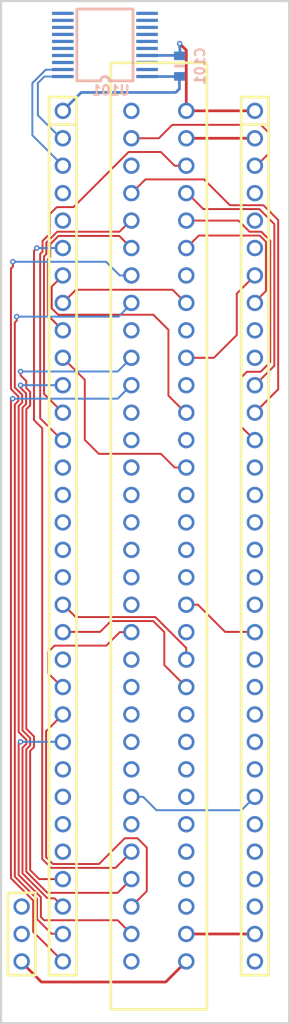
<source format=kicad_pcb>
(kicad_pcb (version 20171130) (host pcbnew 5.0.2-bee76a0~70~ubuntu18.04.1)

  (general
    (thickness 1.6)
    (drawings 4)
    (tracks 245)
    (zones 0)
    (modules 4)
    (nets 76)
  )

  (page A4)
  (title_block
    (title "Sega Genesis UMDv2 Adapter")
    (date 2019-03-23)
    (rev 0.1)
    (company "db Electronics")
    (comment 1 "Licensed Under CERN OHL v.1.2")
    (comment 2 https://github.com/db-electronics/UMDv2-kicad)
  )

  (layers
    (0 F.Cu signal)
    (31 B.Cu signal)
    (32 B.Adhes user)
    (33 F.Adhes user)
    (34 B.Paste user)
    (35 F.Paste user)
    (36 B.SilkS user)
    (37 F.SilkS user hide)
    (38 B.Mask user)
    (39 F.Mask user)
    (40 Dwgs.User user)
    (41 Cmts.User user)
    (42 Eco1.User user)
    (43 Eco2.User user)
    (44 Edge.Cuts user)
    (45 Margin user)
    (46 B.CrtYd user)
    (47 F.CrtYd user)
    (48 B.Fab user)
    (49 F.Fab user)
  )

  (setup
    (last_trace_width 0.1778)
    (trace_clearance 0.1778)
    (zone_clearance 0.508)
    (zone_45_only no)
    (trace_min 0.1778)
    (segment_width 0.2)
    (edge_width 0.2)
    (via_size 0.508)
    (via_drill 0.254)
    (via_min_size 0.508)
    (via_min_drill 0.254)
    (uvia_size 0.3)
    (uvia_drill 0.1)
    (uvias_allowed no)
    (uvia_min_size 0.2)
    (uvia_min_drill 0.1)
    (pcb_text_width 0.3)
    (pcb_text_size 1.5 1.5)
    (mod_edge_width 0.15)
    (mod_text_size 1 1)
    (mod_text_width 0.15)
    (pad_size 1.524 1.524)
    (pad_drill 0.762)
    (pad_to_mask_clearance 0.051)
    (solder_mask_min_width 0.25)
    (aux_axis_origin 0 0)
    (visible_elements FFFFFF7F)
    (pcbplotparams
      (layerselection 0x010fc_ffffffff)
      (usegerberextensions false)
      (usegerberattributes false)
      (usegerberadvancedattributes false)
      (creategerberjobfile false)
      (excludeedgelayer true)
      (linewidth 0.100000)
      (plotframeref false)
      (viasonmask false)
      (mode 1)
      (useauxorigin false)
      (hpglpennumber 1)
      (hpglpenspeed 20)
      (hpglpendiameter 15.000000)
      (psnegative false)
      (psa4output false)
      (plotreference true)
      (plotvalue true)
      (plotinvisibletext false)
      (padsonsilk false)
      (subtractmaskfromsilk false)
      (outputformat 1)
      (mirror false)
      (drillshape 1)
      (scaleselection 1)
      (outputdirectory ""))
  )

  (net 0 "")
  (net 1 +3V3)
  (net 2 GND)
  (net 3 /SDA)
  (net 4 /SCL)
  (net 5 "Net-(CON101-Pad4)")
  (net 6 "Net-(CON101-Pad5)")
  (net 7 /~LWR~)
  (net 8 /A15)
  (net 9 /A13)
  (net 10 /A18)
  (net 11 /A16)
  (net 12 /~WR~)
  (net 13 /A10)
  (net 14 /A8)
  (net 15 /D0)
  (net 16 /D14)
  (net 17 /D2)
  (net 18 /D12)
  (net 19 /D10)
  (net 20 /D8)
  (net 21 /D6)
  (net 22 /D4)
  (net 23 /A5)
  (net 24 /A3)
  (net 25 /A1)
  (net 26 /A22)
  (net 27 /A20)
  (net 28 /A19)
  (net 29 /A23)
  (net 30 +5V)
  (net 31 /A21)
  (net 32 /A0)
  (net 33 /A2)
  (net 34 /A4)
  (net 35 /~CE~)
  (net 36 "Net-(CON101-Pad40)")
  (net 37 /A6)
  (net 38 /~CART~)
  (net 39 /~VRES~)
  (net 40 /D5)
  (net 41 /D7)
  (net 42 /D9)
  (net 43 /D11)
  (net 44 /D3)
  (net 45 /D13)
  (net 46 /D15)
  (net 47 /D1)
  (net 48 /A7)
  (net 49 /A9)
  (net 50 /A11)
  (net 51 /~RD~)
  (net 52 /A17)
  (net 53 /A12)
  (net 54 /A14)
  (net 55 /~TIME~)
  (net 56 "Net-(CON101-Pad60)")
  (net 57 "Net-(CON101-Pad61)")
  (net 58 /~MRES~)
  (net 59 "Net-(CON102-PadB21)")
  (net 60 /~DTACK~)
  (net 61 "Net-(CON102-PadB19)")
  (net 62 "Net-(CON102-PadB15)")
  (net 63 "Net-(CON102-PadB14)")
  (net 64 "Net-(CON102-PadB13)")
  (net 65 "Net-(CON102-PadB12)")
  (net 66 "Net-(U101-Pad7)")
  (net 67 "Net-(U101-Pad10)")
  (net 68 "Net-(U101-Pad11)")
  (net 69 /~ASEL~)
  (net 70 /~AS~)
  (net 71 "Net-(CON102-PadB3)")
  (net 72 "Net-(CON102-PadB1)")
  (net 73 "Net-(CON101-Pad66)")
  (net 74 "Net-(CON101-Pad65)")
  (net 75 /~M3~)

  (net_class Default "This is the default net class."
    (clearance 0.1778)
    (trace_width 0.1778)
    (via_dia 0.508)
    (via_drill 0.254)
    (uvia_dia 0.3)
    (uvia_drill 0.1)
    (add_net /A0)
    (add_net /A1)
    (add_net /A10)
    (add_net /A11)
    (add_net /A12)
    (add_net /A13)
    (add_net /A14)
    (add_net /A15)
    (add_net /A16)
    (add_net /A17)
    (add_net /A18)
    (add_net /A19)
    (add_net /A2)
    (add_net /A20)
    (add_net /A21)
    (add_net /A22)
    (add_net /A23)
    (add_net /A3)
    (add_net /A4)
    (add_net /A5)
    (add_net /A6)
    (add_net /A7)
    (add_net /A8)
    (add_net /A9)
    (add_net /D0)
    (add_net /D1)
    (add_net /D10)
    (add_net /D11)
    (add_net /D12)
    (add_net /D13)
    (add_net /D14)
    (add_net /D15)
    (add_net /D2)
    (add_net /D3)
    (add_net /D4)
    (add_net /D5)
    (add_net /D6)
    (add_net /D7)
    (add_net /D8)
    (add_net /D9)
    (add_net /SCL)
    (add_net /SDA)
    (add_net /~ASEL~)
    (add_net /~AS~)
    (add_net /~CART~)
    (add_net /~CE~)
    (add_net /~DTACK~)
    (add_net /~LWR~)
    (add_net /~M3~)
    (add_net /~MRES~)
    (add_net /~RD~)
    (add_net /~TIME~)
    (add_net /~VRES~)
    (add_net /~WR~)
    (add_net "Net-(CON101-Pad4)")
    (add_net "Net-(CON101-Pad40)")
    (add_net "Net-(CON101-Pad5)")
    (add_net "Net-(CON101-Pad60)")
    (add_net "Net-(CON101-Pad61)")
    (add_net "Net-(CON101-Pad65)")
    (add_net "Net-(CON101-Pad66)")
    (add_net "Net-(CON102-PadB1)")
    (add_net "Net-(CON102-PadB12)")
    (add_net "Net-(CON102-PadB13)")
    (add_net "Net-(CON102-PadB14)")
    (add_net "Net-(CON102-PadB15)")
    (add_net "Net-(CON102-PadB19)")
    (add_net "Net-(CON102-PadB21)")
    (add_net "Net-(CON102-PadB3)")
    (add_net "Net-(U101-Pad10)")
    (add_net "Net-(U101-Pad11)")
    (add_net "Net-(U101-Pad7)")
  )

  (net_class Power ""
    (clearance 0.1778)
    (trace_width 0.254)
    (via_dia 0.508)
    (via_drill 0.254)
    (uvia_dia 0.3)
    (uvia_drill 0.1)
    (add_net +3V3)
    (add_net +5V)
    (add_net GND)
  )

  (module db-thparts:UMD-CONN-DIP64 (layer F.Cu) (tedit 5CA41C7A) (tstamp 5C96DCC6)
    (at 135.89 66.04)
    (path /5C89A17D)
    (solder_mask_margin 0.1016)
    (fp_text reference CON101 (at -2.54 1.27 90) (layer F.SilkS) hide
      (effects (font (size 0.889 0.889) (thickness 0.2032)))
    )
    (fp_text value UMDv2-CONN (at 7.62 -5) (layer F.Fab) hide
      (effects (font (size 1 1) (thickness 0.15)))
    )
    (fp_line (start -2.54 80.01) (end -2.54 72.39) (layer F.SilkS) (width 0.254))
    (fp_line (start -5.08 80.01) (end -2.54 80.01) (layer F.SilkS) (width 0.254))
    (fp_line (start -5.08 72.39) (end -5.08 80.01) (layer F.SilkS) (width 0.254))
    (fp_line (start -2.54 72.39) (end -5.08 72.39) (layer F.SilkS) (width 0.254))
    (fp_line (start 1.27 -1.27) (end -1.27 -1.27) (layer F.SilkS) (width 0.254))
    (fp_line (start -1.27 -1.27) (end -1.27 80.01) (layer F.SilkS) (width 0.254))
    (fp_line (start -1.27 80.01) (end 1.27 80.01) (layer F.SilkS) (width 0.254))
    (fp_line (start 1.27 80.01) (end 1.27 -1.27) (layer F.SilkS) (width 0.254))
    (fp_line (start -1.27 1.27) (end 1.27 1.27) (layer F.SilkS) (width 0.254))
    (fp_line (start 16.51 -1.27) (end 16.51 80.01) (layer F.SilkS) (width 0.254))
    (fp_line (start 16.51 80.01) (end 19.05 80.01) (layer F.SilkS) (width 0.254))
    (fp_line (start 19.05 80.01) (end 19.05 -1.27) (layer F.SilkS) (width 0.254))
    (fp_line (start 19.05 -1.27) (end 16.51 -1.27) (layer F.SilkS) (width 0.254))
    (fp_line (start 16.51 1.27) (end 19.05 1.27) (layer F.SilkS) (width 0.254))
    (pad 67 thru_hole circle (at -3.81 78.74 270) (size 1.524 1.524) (drill 1.016) (layers *.Cu *.Mask)
      (net 2 GND))
    (pad 66 thru_hole circle (at -3.81 76.2 270) (size 1.524 1.524) (drill 1.016) (layers *.Cu *.Mask)
      (net 73 "Net-(CON101-Pad66)"))
    (pad 65 thru_hole circle (at -3.81 73.66 270) (size 1.524 1.524) (drill 1.016) (layers *.Cu *.Mask)
      (net 74 "Net-(CON101-Pad65)"))
    (pad 64 thru_hole circle (at 17.78 0) (size 1.524 1.524) (drill 1.016) (layers *.Cu *.Mask)
      (net 2 GND))
    (pad 63 thru_hole circle (at 17.78 2.54) (size 1.524 1.524) (drill 1.016) (layers *.Cu *.Mask)
      (net 30 +5V))
    (pad 62 thru_hole circle (at 17.78 5.08) (size 1.524 1.524) (drill 1.016) (layers *.Cu *.Mask)
      (net 58 /~MRES~))
    (pad 61 thru_hole circle (at 17.78 7.62) (size 1.524 1.524) (drill 1.016) (layers *.Cu *.Mask)
      (net 57 "Net-(CON101-Pad61)"))
    (pad 60 thru_hole circle (at 17.78 10.16) (size 1.524 1.524) (drill 1.016) (layers *.Cu *.Mask)
      (net 56 "Net-(CON101-Pad60)"))
    (pad 59 thru_hole circle (at 17.78 12.7) (size 1.524 1.524) (drill 1.016) (layers *.Cu *.Mask)
      (net 70 /~AS~))
    (pad 58 thru_hole circle (at 17.78 15.24) (size 1.524 1.524) (drill 1.016) (layers *.Cu *.Mask)
      (net 54 /A14))
    (pad 57 thru_hole circle (at 17.78 17.78) (size 1.524 1.524) (drill 1.016) (layers *.Cu *.Mask)
      (net 53 /A12))
    (pad 56 thru_hole circle (at 17.78 20.32) (size 1.524 1.524) (drill 1.016) (layers *.Cu *.Mask)
      (net 52 /A17))
    (pad 55 thru_hole circle (at 17.78 22.86) (size 1.524 1.524) (drill 1.016) (layers *.Cu *.Mask)
      (net 51 /~RD~))
    (pad 54 thru_hole circle (at 17.78 25.4) (size 1.524 1.524) (drill 1.016) (layers *.Cu *.Mask)
      (net 50 /A11))
    (pad 53 thru_hole circle (at 17.78 27.94) (size 1.524 1.524) (drill 1.016) (layers *.Cu *.Mask)
      (net 49 /A9))
    (pad 52 thru_hole circle (at 17.78 30.48) (size 1.524 1.524) (drill 1.016) (layers *.Cu *.Mask)
      (net 48 /A7))
    (pad 51 thru_hole circle (at 17.78 33.02) (size 1.524 1.524) (drill 1.016) (layers *.Cu *.Mask)
      (net 47 /D1))
    (pad 50 thru_hole circle (at 17.78 35.56) (size 1.524 1.524) (drill 1.016) (layers *.Cu *.Mask)
      (net 46 /D15))
    (pad 49 thru_hole circle (at 17.78 38.1) (size 1.524 1.524) (drill 1.016) (layers *.Cu *.Mask)
      (net 45 /D13))
    (pad 48 thru_hole circle (at 17.78 40.64) (size 1.524 1.524) (drill 1.016) (layers *.Cu *.Mask)
      (net 44 /D3))
    (pad 47 thru_hole circle (at 17.78 43.18) (size 1.524 1.524) (drill 1.016) (layers *.Cu *.Mask)
      (net 43 /D11))
    (pad 46 thru_hole circle (at 17.78 45.72) (size 1.524 1.524) (drill 1.016) (layers *.Cu *.Mask)
      (net 42 /D9))
    (pad 45 thru_hole circle (at 17.78 48.26) (size 1.524 1.524) (drill 1.016) (layers *.Cu *.Mask)
      (net 41 /D7))
    (pad 44 thru_hole circle (at 17.78 50.8) (size 1.524 1.524) (drill 1.016) (layers *.Cu *.Mask)
      (net 40 /D5))
    (pad 43 thru_hole circle (at 17.78 53.34) (size 1.524 1.524) (drill 1.016) (layers *.Cu *.Mask)
      (net 39 /~VRES~))
    (pad 42 thru_hole circle (at 17.78 55.88) (size 1.524 1.524) (drill 1.016) (layers *.Cu *.Mask)
      (net 38 /~CART~))
    (pad 41 thru_hole circle (at 17.78 58.42) (size 1.524 1.524) (drill 1.016) (layers *.Cu *.Mask)
      (net 37 /A6))
    (pad 40 thru_hole circle (at 17.78 60.96) (size 1.524 1.524) (drill 1.016) (layers *.Cu *.Mask)
      (net 36 "Net-(CON101-Pad40)"))
    (pad 39 thru_hole circle (at 17.78 63.5) (size 1.524 1.524) (drill 1.016) (layers *.Cu *.Mask)
      (net 69 /~ASEL~))
    (pad 38 thru_hole circle (at 17.78 66.04) (size 1.524 1.524) (drill 1.016) (layers *.Cu *.Mask)
      (net 34 /A4))
    (pad 37 thru_hole circle (at 17.78 68.58) (size 1.524 1.524) (drill 1.016) (layers *.Cu *.Mask)
      (net 33 /A2))
    (pad 36 thru_hole circle (at 17.78 71.12) (size 1.524 1.524) (drill 1.016) (layers *.Cu *.Mask)
      (net 32 /A0))
    (pad 35 thru_hole circle (at 17.78 73.66) (size 1.524 1.524) (drill 1.016) (layers *.Cu *.Mask)
      (net 31 /A21))
    (pad 34 thru_hole circle (at 17.78 76.2) (size 1.524 1.524) (drill 1.016) (layers *.Cu *.Mask)
      (net 30 +5V))
    (pad 33 thru_hole circle (at 17.78 78.74) (size 1.524 1.524) (drill 1.016) (layers *.Cu *.Mask)
      (net 2 GND))
    (pad 32 thru_hole circle (at 0 78.74) (size 1.524 1.524) (drill 1.016) (layers *.Cu *.Mask)
      (net 29 /A23))
    (pad 31 thru_hole circle (at 0 76.2) (size 1.524 1.524) (drill 1.016) (layers *.Cu *.Mask)
      (net 28 /A19))
    (pad 30 thru_hole circle (at 0 73.66) (size 1.524 1.524) (drill 1.016) (layers *.Cu *.Mask)
      (net 27 /A20))
    (pad 29 thru_hole circle (at 0 71.12) (size 1.524 1.524) (drill 1.016) (layers *.Cu *.Mask)
      (net 26 /A22))
    (pad 28 thru_hole circle (at 0 68.58) (size 1.524 1.524) (drill 1.016) (layers *.Cu *.Mask)
      (net 25 /A1))
    (pad 27 thru_hole circle (at 0 66.04) (size 1.524 1.524) (drill 1.016) (layers *.Cu *.Mask)
      (net 24 /A3))
    (pad 26 thru_hole circle (at 0 63.5) (size 1.524 1.524) (drill 1.016) (layers *.Cu *.Mask)
      (net 23 /A5))
    (pad 25 thru_hole circle (at 0 60.96) (size 1.524 1.524) (drill 1.016) (layers *.Cu *.Mask)
      (net 35 /~CE~))
    (pad 24 thru_hole circle (at 0 58.42) (size 1.524 1.524) (drill 1.016) (layers *.Cu *.Mask)
      (net 55 /~TIME~))
    (pad 23 thru_hole circle (at 0 55.88) (size 1.524 1.524) (drill 1.016) (layers *.Cu *.Mask)
      (net 75 /~M3~))
    (pad 22 thru_hole circle (at 0 53.34) (size 1.524 1.524) (drill 1.016) (layers *.Cu *.Mask)
      (net 60 /~DTACK~))
    (pad 21 thru_hole circle (at 0 50.8) (size 1.524 1.524) (drill 1.016) (layers *.Cu *.Mask)
      (net 22 /D4))
    (pad 20 thru_hole circle (at 0 48.26) (size 1.524 1.524) (drill 1.016) (layers *.Cu *.Mask)
      (net 21 /D6))
    (pad 19 thru_hole circle (at 0 45.72) (size 1.524 1.524) (drill 1.016) (layers *.Cu *.Mask)
      (net 20 /D8))
    (pad 18 thru_hole circle (at 0 43.18) (size 1.524 1.524) (drill 1.016) (layers *.Cu *.Mask)
      (net 19 /D10))
    (pad 17 thru_hole circle (at 0 40.64) (size 1.524 1.524) (drill 1.016) (layers *.Cu *.Mask)
      (net 18 /D12))
    (pad 16 thru_hole circle (at 0 38.1) (size 1.524 1.524) (drill 1.016) (layers *.Cu *.Mask)
      (net 17 /D2))
    (pad 15 thru_hole circle (at 0 35.56) (size 1.524 1.524) (drill 1.016) (layers *.Cu *.Mask)
      (net 16 /D14))
    (pad 14 thru_hole circle (at 0 33.02) (size 1.524 1.524) (drill 1.016) (layers *.Cu *.Mask)
      (net 15 /D0))
    (pad 13 thru_hole circle (at 0 30.48) (size 1.524 1.524) (drill 1.016) (layers *.Cu *.Mask)
      (net 14 /A8))
    (pad 12 thru_hole circle (at 0 27.94) (size 1.524 1.524) (drill 1.016) (layers *.Cu *.Mask)
      (net 13 /A10))
    (pad 11 thru_hole circle (at 0 25.4) (size 1.524 1.524) (drill 1.016) (layers *.Cu *.Mask)
      (net 12 /~WR~))
    (pad 10 thru_hole circle (at 0 22.86) (size 1.524 1.524) (drill 1.016) (layers *.Cu *.Mask)
      (net 11 /A16))
    (pad 9 thru_hole circle (at 0 20.32) (size 1.524 1.524) (drill 1.016) (layers *.Cu *.Mask)
      (net 10 /A18))
    (pad 8 thru_hole circle (at 0 17.78) (size 1.524 1.524) (drill 1.016) (layers *.Cu *.Mask)
      (net 9 /A13))
    (pad 7 thru_hole circle (at 0 15.24) (size 1.524 1.524) (drill 1.016) (layers *.Cu *.Mask)
      (net 8 /A15))
    (pad 6 thru_hole circle (at 0 12.7) (size 1.524 1.524) (drill 1.016) (layers *.Cu *.Mask)
      (net 7 /~LWR~))
    (pad 5 thru_hole circle (at 0 10.16) (size 1.524 1.524) (drill 1.016) (layers *.Cu *.Mask)
      (net 6 "Net-(CON101-Pad5)"))
    (pad 4 thru_hole circle (at 0 7.62) (size 1.524 1.524) (drill 1.016) (layers *.Cu *.Mask)
      (net 5 "Net-(CON101-Pad4)"))
    (pad 3 thru_hole circle (at 0 5.08) (size 1.524 1.524) (drill 1.016) (layers *.Cu *.Mask)
      (net 3 /SDA))
    (pad 2 thru_hole circle (at 0 2.54) (size 1.524 1.524) (drill 1.016) (layers *.Cu *.Mask)
      (net 4 /SCL))
    (pad 1 thru_hole circle (at 0 0) (size 1.524 1.524) (drill 1.016) (layers *.Cu *.Mask)
      (net 1 +3V3))
  )

  (module db-thparts:GENESIS-CONN (layer F.Cu) (tedit 5CA22C4C) (tstamp 5CA2457E)
    (at 142.24 66.04)
    (path /5C89A2AC)
    (solder_mask_margin 0.1016)
    (fp_text reference CON102 (at -2.54 -5.334) (layer F.SilkS) hide
      (effects (font (size 0.889 0.889) (thickness 0.2032)))
    )
    (fp_text value GENESIS-CONN (at 3.125 -6.604) (layer F.Fab) hide
      (effects (font (size 0.889 0.889) (thickness 0.2032)))
    )
    (fp_line (start -1.905 -4.445) (end 6.985 -4.445) (layer F.SilkS) (width 0.254))
    (fp_line (start -1.905 -4.445) (end -1.905 83.185) (layer F.SilkS) (width 0.254))
    (fp_line (start -1.905 83.185) (end 6.985 83.185) (layer F.SilkS) (width 0.254))
    (fp_line (start 6.985 83.185) (end 6.985 -4.445) (layer F.SilkS) (width 0.254))
    (pad A26 thru_hole circle (at 5.08 63.5 180) (size 1.524 1.524) (drill 1.016) (layers *.Cu *.Mask)
      (net 17 /D2))
    (pad A25 thru_hole circle (at 5.08 60.96 180) (size 1.524 1.524) (drill 1.016) (layers *.Cu *.Mask)
      (net 40 /D5))
    (pad A24 thru_hole circle (at 5.08 58.42 180) (size 1.524 1.524) (drill 1.016) (layers *.Cu *.Mask)
      (net 42 /D9))
    (pad A23 thru_hole circle (at 5.08 55.88 180) (size 1.524 1.524) (drill 1.016) (layers *.Cu *.Mask)
      (net 47 /D1))
    (pad A32 thru_hole circle (at 5.08 78.74 180) (size 1.524 1.524) (drill 1.016) (layers *.Cu *.Mask)
      (net 2 GND))
    (pad A31 thru_hole circle (at 5.08 76.2 180) (size 1.524 1.524) (drill 1.016) (layers *.Cu *.Mask)
      (net 30 +5V))
    (pad A30 thru_hole circle (at 5.08 73.66 180) (size 1.524 1.524) (drill 1.016) (layers *.Cu *.Mask)
      (net 43 /D11))
    (pad A29 thru_hole circle (at 5.08 71.12 180) (size 1.524 1.524) (drill 1.016) (layers *.Cu *.Mask)
      (net 44 /D3))
    (pad A28 thru_hole circle (at 5.08 68.58 180) (size 1.524 1.524) (drill 1.016) (layers *.Cu *.Mask)
      (net 22 /D4))
    (pad A27 thru_hole circle (at 5.08 66.04 180) (size 1.524 1.524) (drill 1.016) (layers *.Cu *.Mask)
      (net 19 /D10))
    (pad B32 thru_hole circle (at 0 78.74 180) (size 1.524 1.524) (drill 1.016) (layers *.Cu *.Mask)
      (net 38 /~CART~))
    (pad B31 thru_hole circle (at 0 76.2 180) (size 1.524 1.524) (drill 1.016) (layers *.Cu *.Mask)
      (net 55 /~TIME~))
    (pad B30 thru_hole circle (at 0 73.66 180) (size 1.524 1.524) (drill 1.016) (layers *.Cu *.Mask)
      (net 75 /~M3~))
    (pad B29 thru_hole circle (at 0 71.12 180) (size 1.524 1.524) (drill 1.016) (layers *.Cu *.Mask)
      (net 12 /~WR~))
    (pad B28 thru_hole circle (at 0 68.58 180) (size 1.524 1.524) (drill 1.016) (layers *.Cu *.Mask)
      (net 7 /~LWR~))
    (pad B27 thru_hole circle (at 0 66.04 180) (size 1.524 1.524) (drill 1.016) (layers *.Cu *.Mask)
      (net 39 /~VRES~))
    (pad B26 thru_hole circle (at 0 63.5 180) (size 1.524 1.524) (drill 1.016) (layers *.Cu *.Mask)
      (net 69 /~ASEL~))
    (pad B25 thru_hole circle (at 0 60.96 180) (size 1.524 1.524) (drill 1.016) (layers *.Cu *.Mask)
      (net 18 /D12))
    (pad B24 thru_hole circle (at 0 58.42 180) (size 1.524 1.524) (drill 1.016) (layers *.Cu *.Mask)
      (net 45 /D13))
    (pad B23 thru_hole circle (at 0 55.88 180) (size 1.524 1.524) (drill 1.016) (layers *.Cu *.Mask)
      (net 16 /D14))
    (pad B1 thru_hole circle (at 0 0 180) (size 1.524 1.524) (drill 1.016) (layers *.Cu *.Mask)
      (net 72 "Net-(CON102-PadB1)"))
    (pad B2 thru_hole circle (at 0 2.54 180) (size 1.524 1.524) (drill 1.016) (layers *.Cu *.Mask)
      (net 58 /~MRES~))
    (pad B3 thru_hole circle (at 0 5.08 180) (size 1.524 1.524) (drill 1.016) (layers *.Cu *.Mask)
      (net 71 "Net-(CON102-PadB3)"))
    (pad B4 thru_hole circle (at 0 7.62 180) (size 1.524 1.524) (drill 1.016) (layers *.Cu *.Mask)
      (net 49 /A9))
    (pad B5 thru_hole circle (at 0 10.16 180) (size 1.524 1.524) (drill 1.016) (layers *.Cu *.Mask)
      (net 13 /A10))
    (pad B6 thru_hole circle (at 0 12.7 180) (size 1.524 1.524) (drill 1.016) (layers *.Cu *.Mask)
      (net 10 /A18))
    (pad B7 thru_hole circle (at 0 15.24 180) (size 1.524 1.524) (drill 1.016) (layers *.Cu *.Mask)
      (net 28 /A19))
    (pad B8 thru_hole circle (at 0 17.78 180) (size 1.524 1.524) (drill 1.016) (layers *.Cu *.Mask)
      (net 27 /A20))
    (pad B9 thru_hole circle (at 0 20.32 180) (size 1.524 1.524) (drill 1.016) (layers *.Cu *.Mask)
      (net 31 /A21))
    (pad B10 thru_hole circle (at 0 22.86 180) (size 1.524 1.524) (drill 1.016) (layers *.Cu *.Mask)
      (net 26 /A22))
    (pad B11 thru_hole circle (at 0 25.4 180) (size 1.524 1.524) (drill 1.016) (layers *.Cu *.Mask)
      (net 29 /A23))
    (pad B12 thru_hole circle (at 0 27.94 180) (size 1.524 1.524) (drill 1.016) (layers *.Cu *.Mask)
      (net 65 "Net-(CON102-PadB12)"))
    (pad B13 thru_hole circle (at 0 30.48 180) (size 1.524 1.524) (drill 1.016) (layers *.Cu *.Mask)
      (net 64 "Net-(CON102-PadB13)"))
    (pad B14 thru_hole circle (at 0 33.02 180) (size 1.524 1.524) (drill 1.016) (layers *.Cu *.Mask)
      (net 63 "Net-(CON102-PadB14)"))
    (pad B15 thru_hole circle (at 0 35.56 180) (size 1.524 1.524) (drill 1.016) (layers *.Cu *.Mask)
      (net 62 "Net-(CON102-PadB15)"))
    (pad B16 thru_hole circle (at 0 38.1 180) (size 1.524 1.524) (drill 1.016) (layers *.Cu *.Mask)
      (net 51 /~RD~))
    (pad B17 thru_hole circle (at 0 40.64 180) (size 1.524 1.524) (drill 1.016) (layers *.Cu *.Mask)
      (net 35 /~CE~))
    (pad B18 thru_hole circle (at 0 43.18 180) (size 1.524 1.524) (drill 1.016) (layers *.Cu *.Mask)
      (net 70 /~AS~))
    (pad B19 thru_hole circle (at 0 45.72 180) (size 1.524 1.524) (drill 1.016) (layers *.Cu *.Mask)
      (net 61 "Net-(CON102-PadB19)"))
    (pad B20 thru_hole circle (at 0 48.26 180) (size 1.524 1.524) (drill 1.016) (layers *.Cu *.Mask)
      (net 60 /~DTACK~))
    (pad B21 thru_hole circle (at 0 50.8 180) (size 1.524 1.524) (drill 1.016) (layers *.Cu *.Mask)
      (net 59 "Net-(CON102-PadB21)"))
    (pad B22 thru_hole circle (at 0 53.34 180) (size 1.524 1.524) (drill 1.016) (layers *.Cu *.Mask)
      (net 46 /D15))
    (pad A1 thru_hole circle (at 5.08 0 180) (size 1.524 1.524) (drill 1.016) (layers *.Cu *.Mask)
      (net 2 GND))
    (pad A2 thru_hole circle (at 5.08 2.54 180) (size 1.524 1.524) (drill 1.016) (layers *.Cu *.Mask)
      (net 30 +5V))
    (pad A3 thru_hole circle (at 5.08 5.08 180) (size 1.524 1.524) (drill 1.016) (layers *.Cu *.Mask)
      (net 14 /A8))
    (pad A4 thru_hole circle (at 5.08 7.62 180) (size 1.524 1.524) (drill 1.016) (layers *.Cu *.Mask)
      (net 50 /A11))
    (pad A5 thru_hole circle (at 5.08 10.16 180) (size 1.524 1.524) (drill 1.016) (layers *.Cu *.Mask)
      (net 48 /A7))
    (pad A6 thru_hole circle (at 5.08 12.7 180) (size 1.524 1.524) (drill 1.016) (layers *.Cu *.Mask)
      (net 53 /A12))
    (pad A7 thru_hole circle (at 5.08 15.24 180) (size 1.524 1.524) (drill 1.016) (layers *.Cu *.Mask)
      (net 37 /A6))
    (pad A8 thru_hole circle (at 5.08 17.78 180) (size 1.524 1.524) (drill 1.016) (layers *.Cu *.Mask)
      (net 9 /A13))
    (pad A9 thru_hole circle (at 5.08 20.32 180) (size 1.524 1.524) (drill 1.016) (layers *.Cu *.Mask)
      (net 23 /A5))
    (pad A10 thru_hole circle (at 5.08 22.86 180) (size 1.524 1.524) (drill 1.016) (layers *.Cu *.Mask)
      (net 54 /A14))
    (pad A11 thru_hole circle (at 5.08 25.4 180) (size 1.524 1.524) (drill 1.016) (layers *.Cu *.Mask)
      (net 34 /A4))
    (pad A12 thru_hole circle (at 5.08 27.94 180) (size 1.524 1.524) (drill 1.016) (layers *.Cu *.Mask)
      (net 8 /A15))
    (pad A13 thru_hole circle (at 5.08 30.48 180) (size 1.524 1.524) (drill 1.016) (layers *.Cu *.Mask)
      (net 24 /A3))
    (pad A14 thru_hole circle (at 5.08 33.02 180) (size 1.524 1.524) (drill 1.016) (layers *.Cu *.Mask)
      (net 11 /A16))
    (pad A15 thru_hole circle (at 5.08 35.56 180) (size 1.524 1.524) (drill 1.016) (layers *.Cu *.Mask)
      (net 33 /A2))
    (pad A16 thru_hole circle (at 5.08 38.1 180) (size 1.524 1.524) (drill 1.016) (layers *.Cu *.Mask)
      (net 52 /A17))
    (pad A17 thru_hole circle (at 5.08 40.64 180) (size 1.524 1.524) (drill 1.016) (layers *.Cu *.Mask)
      (net 25 /A1))
    (pad A18 thru_hole circle (at 5.08 43.18 180) (size 1.524 1.524) (drill 1.016) (layers *.Cu *.Mask)
      (net 2 GND))
    (pad A19 thru_hole circle (at 5.08 45.72 180) (size 1.524 1.524) (drill 1.016) (layers *.Cu *.Mask)
      (net 41 /D7))
    (pad A20 thru_hole circle (at 5.08 48.26 180) (size 1.524 1.524) (drill 1.016) (layers *.Cu *.Mask)
      (net 15 /D0))
    (pad A21 thru_hole circle (at 5.08 50.8 180) (size 1.524 1.524) (drill 1.016) (layers *.Cu *.Mask)
      (net 20 /D8))
    (pad A22 thru_hole circle (at 5.08 53.34 180) (size 1.524 1.524) (drill 1.016) (layers *.Cu *.Mask)
      (net 21 /D6))
  )

  (module db-smt:0603 (layer B.Cu) (tedit 5AA6C7C1) (tstamp 5C96DC77)
    (at 146.685 61.8998 90)
    (tags 0603)
    (path /5C89E738)
    (solder_mask_margin 0.1016)
    (attr smd)
    (fp_text reference C101 (at 0 1.905 90) (layer B.SilkS)
      (effects (font (size 0.889 0.889) (thickness 0.2032)) (justify mirror))
    )
    (fp_text value 0.1uF/50V (at 0.508 2.54 90) (layer B.Fab) hide
      (effects (font (size 1 1) (thickness 0.15)) (justify mirror))
    )
    (fp_line (start 0 0.381) (end 0 -0.381) (layer B.SilkS) (width 0.254))
    (pad 1 smd rect (at -0.95 0 90) (size 0.8 1) (layers B.Cu B.Paste B.Mask)
      (net 1 +3V3))
    (pad 2 smd rect (at 0.95 0 90) (size 0.8 1) (layers B.Cu B.Paste B.Mask)
      (net 2 GND))
    (model Resistors_SMD.3dshapes/R_0603.wrl
      (at (xyz 0 0 0))
      (scale (xyz 1 1 1))
      (rotate (xyz 0 0 0))
    )
  )

  (module db-smt:SSOP-20 (layer B.Cu) (tedit 5C89A6DA) (tstamp 5C96DD2C)
    (at 135.89 62.865)
    (path /5C89E485)
    (solder_mask_margin 0.1)
    (fp_text reference U101 (at 4.445 1.27) (layer B.SilkS)
      (effects (font (size 0.889 0.889) (thickness 0.2032)) (justify mirror))
    )
    (fp_text value MCP23008T-E_SS (at 4 2.7) (layer B.Fab) hide
      (effects (font (size 0.889 0.889) (thickness 0.1778)) (justify mirror))
    )
    (fp_line (start 3.5 0.4) (end 1.3 0.4) (layer B.SilkS) (width 0.254))
    (fp_line (start 6.5 0.4) (end 4.3 0.4) (layer B.SilkS) (width 0.254))
    (fp_arc (start 3.9 0.4) (end 4.3 0.4) (angle -180) (layer B.SilkS) (width 0.254))
    (fp_line (start 6.5 -6.25) (end 6.5 0.4) (layer B.SilkS) (width 0.254))
    (fp_line (start 1.3 -6.25) (end 6.5 -6.25) (layer B.SilkS) (width 0.254))
    (fp_line (start 1.3 0.4) (end 1.3 -6.25) (layer B.SilkS) (width 0.254))
    (pad 1 smd rect (at 0 0) (size 2 0.3) (layers B.Cu B.Paste B.Mask)
      (net 4 /SCL))
    (pad 2 smd rect (at 0 -0.65) (size 2 0.3) (layers B.Cu B.Paste B.Mask)
      (net 3 /SDA))
    (pad 3 smd rect (at 0 -1.3) (size 2 0.3) (layers B.Cu B.Paste B.Mask)
      (net 2 GND))
    (pad 4 smd rect (at 0 -1.95) (size 2 0.3) (layers B.Cu B.Paste B.Mask)
      (net 2 GND))
    (pad 5 smd rect (at 0 -2.6) (size 2 0.3) (layers B.Cu B.Paste B.Mask)
      (net 2 GND))
    (pad 6 smd rect (at 0 -3.25) (size 2 0.3) (layers B.Cu B.Paste B.Mask)
      (net 2 GND))
    (pad 7 smd rect (at 0 -3.9) (size 2 0.3) (layers B.Cu B.Paste B.Mask)
      (net 66 "Net-(U101-Pad7)"))
    (pad 8 smd rect (at 0 -4.55) (size 2 0.3) (layers B.Cu B.Paste B.Mask)
      (net 2 GND))
    (pad 9 smd rect (at 0 -5.2) (size 2 0.3) (layers B.Cu B.Paste B.Mask)
      (net 2 GND))
    (pad 10 smd rect (at 0 -5.85) (size 2 0.3) (layers B.Cu B.Paste B.Mask)
      (net 67 "Net-(U101-Pad10)"))
    (pad 11 smd rect (at 7.8 -5.85) (size 2 0.3) (layers B.Cu B.Paste B.Mask)
      (net 68 "Net-(U101-Pad11)"))
    (pad 12 smd rect (at 7.8 -5.2) (size 2 0.3) (layers B.Cu B.Paste B.Mask)
      (net 2 GND))
    (pad 13 smd rect (at 7.8 -4.55) (size 2 0.3) (layers B.Cu B.Paste B.Mask)
      (net 2 GND))
    (pad 14 smd rect (at 7.8 -3.9) (size 2 0.3) (layers B.Cu B.Paste B.Mask)
      (net 2 GND))
    (pad 15 smd rect (at 7.8 -3.25) (size 2 0.3) (layers B.Cu B.Paste B.Mask)
      (net 2 GND))
    (pad 16 smd rect (at 7.8 -2.6) (size 2 0.3) (layers B.Cu B.Paste B.Mask)
      (net 2 GND))
    (pad 19 smd rect (at 7.8 -0.65) (size 2 0.3) (layers B.Cu B.Paste B.Mask)
      (net 2 GND))
    (pad 20 smd rect (at 7.8 0) (size 2 0.3) (layers B.Cu B.Paste B.Mask)
      (net 1 +3V3))
    (pad 17 smd rect (at 7.8 -1.95) (size 2 0.3) (layers B.Cu B.Paste B.Mask)
      (net 2 GND))
    (pad 18 smd rect (at 7.8 -1.3) (size 2 0.3) (layers B.Cu B.Paste B.Mask)
      (net 2 GND))
  )

  (gr_line (start 156.845 55.88) (end 130.175 55.88) (layer Edge.Cuts) (width 0.2))
  (gr_line (start 156.845 55.88) (end 156.845 150.495) (layer Edge.Cuts) (width 0.2))
  (gr_line (start 130.175 150.495) (end 130.175 55.88) (layer Edge.Cuts) (width 0.2))
  (gr_line (start 156.845 150.495) (end 130.175 150.495) (layer Edge.Cuts) (width 0.2))

  (segment (start 135.89 66.04) (end 137.5918 64.3382) (width 0.254) (layer B.Cu) (net 1) (status 10))
  (segment (start 137.5918 64.3382) (end 146.3548 64.3382) (width 0.254) (layer B.Cu) (net 1))
  (segment (start 146.3548 64.3382) (end 146.685 64.008) (width 0.254) (layer B.Cu) (net 1))
  (segment (start 146.685 64.008) (end 146.685 62.8498) (width 0.254) (layer B.Cu) (net 1) (status 20))
  (segment (start 146.6698 62.865) (end 146.685 62.8498) (width 0.254) (layer B.Cu) (net 1) (status 30))
  (segment (start 143.69 62.865) (end 146.6698 62.865) (width 0.254) (layer B.Cu) (net 1) (status 30))
  (segment (start 153.67 66.04) (end 152.59237 66.04) (width 0.254) (layer F.Cu) (net 2))
  (segment (start 152.59237 66.04) (end 147.3454 66.04) (width 0.254) (layer F.Cu) (net 2))
  (segment (start 147.32 144.78) (end 145.415 146.685) (width 0.254) (layer F.Cu) (net 2))
  (segment (start 145.415 146.685) (end 133.9088 146.685) (width 0.254) (layer F.Cu) (net 2))
  (segment (start 133.9088 146.685) (end 132.0292 144.8054) (width 0.254) (layer F.Cu) (net 2))
  (via (at 146.7104 59.817) (size 0.508) (drill 0.254) (layers F.Cu B.Cu) (net 2))
  (segment (start 147.32 66.04) (end 147.32 60.4266) (width 0.254) (layer F.Cu) (net 2))
  (segment (start 147.32 60.4266) (end 146.7104 59.817) (width 0.254) (layer F.Cu) (net 2))
  (segment (start 146.7104 60.17621) (end 146.7358 60.20161) (width 0.254) (layer B.Cu) (net 2))
  (segment (start 146.7104 59.817) (end 146.7104 60.17621) (width 0.254) (layer B.Cu) (net 2))
  (segment (start 146.7358 60.20161) (end 146.7358 60.96) (width 0.254) (layer B.Cu) (net 2))
  (segment (start 144.944 60.915) (end 144.9498 60.9092) (width 0.254) (layer B.Cu) (net 2))
  (segment (start 143.69 60.915) (end 144.944 60.915) (width 0.254) (layer B.Cu) (net 2))
  (segment (start 144.9498 60.9092) (end 146.6342 60.9092) (width 0.254) (layer B.Cu) (net 2))
  (segment (start 146.6342 60.9092) (end 146.6596 60.8838) (width 0.254) (layer B.Cu) (net 2))
  (segment (start 133.0706 68.3006) (end 133.0706 63.4746) (width 0.1778) (layer B.Cu) (net 3))
  (segment (start 135.89 71.12) (end 133.0706 68.3006) (width 0.1778) (layer B.Cu) (net 3))
  (segment (start 133.0706 63.4746) (end 134.3152 62.23) (width 0.1778) (layer B.Cu) (net 3))
  (segment (start 134.3152 62.23) (end 135.9408 62.23) (width 0.1778) (layer B.Cu) (net 3))
  (segment (start 135.7884 68.6562) (end 135.7884 68.6308) (width 0.1778) (layer B.Cu) (net 4))
  (segment (start 133.5786 66.4464) (end 135.7884 68.6562) (width 0.1778) (layer B.Cu) (net 4))
  (segment (start 133.5786 63.4746) (end 133.5786 66.4464) (width 0.1778) (layer B.Cu) (net 4))
  (segment (start 135.89 62.865) (end 134.1882 62.865) (width 0.1778) (layer B.Cu) (net 4))
  (segment (start 134.1882 62.865) (end 133.5786 63.4746) (width 0.1778) (layer B.Cu) (net 4))
  (via (at 133.477 78.74) (size 0.508) (drill 0.254) (layers F.Cu B.Cu) (net 7))
  (segment (start 134.1374 78.74) (end 133.477 78.74) (width 0.1778) (layer B.Cu) (net 7))
  (segment (start 135.89 78.74) (end 134.1374 78.74) (width 0.1778) (layer B.Cu) (net 7))
  (segment (start 133.985 95.42782) (end 133.985 135.300709) (width 0.1778) (layer F.Cu) (net 7))
  (segment (start 133.223001 78.993999) (end 133.223001 94.665821) (width 0.1778) (layer F.Cu) (net 7))
  (segment (start 133.985 135.300709) (end 134.802902 136.118611) (width 0.1778) (layer F.Cu) (net 7))
  (segment (start 133.223001 94.665821) (end 133.985 95.42782) (width 0.1778) (layer F.Cu) (net 7))
  (segment (start 140.766789 136.118611) (end 142.2654 134.62) (width 0.1778) (layer F.Cu) (net 7))
  (segment (start 133.477 78.74) (end 133.223001 78.993999) (width 0.1778) (layer F.Cu) (net 7))
  (segment (start 134.802902 136.118611) (end 140.766789 136.118611) (width 0.1778) (layer F.Cu) (net 7))
  (segment (start 147.2946 94.0308) (end 145.669 92.4052) (width 0.1778) (layer F.Cu) (net 8))
  (segment (start 145.669 86.3092) (end 144.272 84.9122) (width 0.1778) (layer F.Cu) (net 8))
  (segment (start 145.669 92.4052) (end 145.669 86.3092) (width 0.1778) (layer F.Cu) (net 8))
  (segment (start 144.272 84.9122) (end 135.453108 84.9122) (width 0.1778) (layer F.Cu) (net 8))
  (segment (start 135.453108 84.9122) (end 134.861299 84.320391) (width 0.1778) (layer F.Cu) (net 8))
  (segment (start 134.861299 82.308701) (end 135.89 81.28) (width 0.1778) (layer F.Cu) (net 8))
  (segment (start 134.861299 84.320391) (end 134.861299 82.308701) (width 0.1778) (layer F.Cu) (net 8))
  (segment (start 135.89 83.82) (end 137.1092 82.6008) (width 0.1778) (layer F.Cu) (net 9))
  (segment (start 137.1092 82.6008) (end 146.05 82.6008) (width 0.1778) (layer F.Cu) (net 9))
  (segment (start 146.05 82.6008) (end 147.2692 83.82) (width 0.1778) (layer F.Cu) (net 9))
  (segment (start 141.1224 77.6224) (end 142.24 78.74) (width 0.1778) (layer F.Cu) (net 10))
  (segment (start 134.505688 84.975688) (end 134.505688 79.768712) (width 0.1778) (layer F.Cu) (net 10))
  (segment (start 135.89 86.36) (end 134.505688 84.975688) (width 0.1778) (layer F.Cu) (net 10))
  (segment (start 134.505688 79.768712) (end 134.721622 79.552778) (width 0.1778) (layer F.Cu) (net 10))
  (segment (start 134.721622 78.3859) (end 135.485122 77.6224) (width 0.1778) (layer F.Cu) (net 10))
  (segment (start 134.721622 79.552778) (end 134.721622 78.3859) (width 0.1778) (layer F.Cu) (net 10))
  (segment (start 135.485122 77.6224) (end 141.1224 77.6224) (width 0.1778) (layer F.Cu) (net 10))
  (segment (start 146.24237 99.06) (end 144.97237 97.79) (width 0.1778) (layer F.Cu) (net 11))
  (segment (start 147.32 99.06) (end 146.24237 99.06) (width 0.1778) (layer F.Cu) (net 11))
  (segment (start 144.97237 97.79) (end 139.2174 97.79) (width 0.1778) (layer F.Cu) (net 11))
  (segment (start 139.2174 97.79) (end 137.922 96.4946) (width 0.1778) (layer F.Cu) (net 11))
  (segment (start 137.922 90.932) (end 135.89 88.9) (width 0.1778) (layer F.Cu) (net 11))
  (segment (start 137.922 96.4946) (end 137.922 90.932) (width 0.1778) (layer F.Cu) (net 11))
  (via (at 131.9784 91.44) (size 0.508) (drill 0.254) (layers F.Cu B.Cu) (net 12))
  (segment (start 135.89 91.44) (end 131.9784 91.44) (width 0.1778) (layer B.Cu) (net 12))
  (segment (start 134.4676 138.43) (end 140.97 138.43) (width 0.1778) (layer F.Cu) (net 12))
  (segment (start 132.511809 136.474209) (end 134.4676 138.43) (width 0.1778) (layer F.Cu) (net 12))
  (segment (start 132.511809 125.145791) (end 132.511809 136.474209) (width 0.1778) (layer F.Cu) (net 12))
  (segment (start 132.8674 124.7902) (end 132.511809 125.145791) (width 0.1778) (layer F.Cu) (net 12))
  (segment (start 131.9784 91.678784) (end 132.486407 92.186792) (width 0.1778) (layer F.Cu) (net 12))
  (segment (start 132.15621 93.517698) (end 132.15621 123.39321) (width 0.1778) (layer F.Cu) (net 12))
  (segment (start 140.97 138.43) (end 142.24 137.16) (width 0.1778) (layer F.Cu) (net 12))
  (segment (start 131.9784 91.44) (end 131.9784 91.678784) (width 0.1778) (layer F.Cu) (net 12))
  (segment (start 132.15621 123.39321) (end 132.8674 124.1044) (width 0.1778) (layer F.Cu) (net 12))
  (segment (start 132.8674 124.1044) (end 132.8674 124.7902) (width 0.1778) (layer F.Cu) (net 12))
  (segment (start 132.486407 92.186792) (end 132.486409 93.187499) (width 0.1778) (layer F.Cu) (net 12))
  (segment (start 132.486409 93.187499) (end 132.15621 93.517698) (width 0.1778) (layer F.Cu) (net 12))
  (segment (start 141.135099 77.228701) (end 142.1892 76.1746) (width 0.1778) (layer F.Cu) (net 13))
  (segment (start 135.89 93.98) (end 134.150077 92.240077) (width 0.1778) (layer F.Cu) (net 13))
  (segment (start 134.150077 92.240077) (end 134.150077 79.514734) (width 0.1778) (layer F.Cu) (net 13))
  (segment (start 134.150077 79.514734) (end 134.366011 79.2988) (width 0.1778) (layer F.Cu) (net 13))
  (segment (start 134.366011 78.238602) (end 135.375912 77.228701) (width 0.1778) (layer F.Cu) (net 13))
  (segment (start 134.366011 79.2988) (end 134.366011 78.238602) (width 0.1778) (layer F.Cu) (net 13))
  (segment (start 135.375912 77.228701) (end 141.135099 77.228701) (width 0.1778) (layer F.Cu) (net 13))
  (segment (start 144.97237 69.85) (end 146.24237 71.12) (width 0.1778) (layer F.Cu) (net 14))
  (segment (start 141.987522 69.85) (end 144.97237 69.85) (width 0.1778) (layer F.Cu) (net 14))
  (segment (start 146.24237 71.12) (end 147.32 71.12) (width 0.1778) (layer F.Cu) (net 14))
  (segment (start 136.882122 74.9554) (end 141.987522 69.85) (width 0.1778) (layer F.Cu) (net 14))
  (segment (start 133.794466 94.500666) (end 133.794466 79.286134) (width 0.1778) (layer F.Cu) (net 14))
  (segment (start 133.794466 79.286134) (end 134.0104 79.0702) (width 0.1778) (layer F.Cu) (net 14))
  (segment (start 135.3312 74.9554) (end 136.882122 74.9554) (width 0.1778) (layer F.Cu) (net 14))
  (segment (start 135.8646 96.5708) (end 133.794466 94.500666) (width 0.1778) (layer F.Cu) (net 14))
  (segment (start 134.0104 79.0702) (end 134.0104 78.091305) (width 0.1778) (layer F.Cu) (net 14))
  (segment (start 134.6962 75.5904) (end 135.3312 74.9554) (width 0.1778) (layer F.Cu) (net 14))
  (segment (start 134.0104 78.091305) (end 134.6962 77.405505) (width 0.1778) (layer F.Cu) (net 14))
  (segment (start 134.6962 77.405505) (end 134.6962 75.5904) (width 0.1778) (layer F.Cu) (net 14))
  (segment (start 147.32 115.76237) (end 144.460621 112.902991) (width 0.1778) (layer F.Cu) (net 20))
  (segment (start 147.32 116.84) (end 147.32 115.76237) (width 0.1778) (layer F.Cu) (net 20))
  (segment (start 140.716 112.902991) (end 137.083791 112.902991) (width 0.1778) (layer F.Cu) (net 20))
  (segment (start 144.460621 112.902991) (end 140.716 112.902991) (width 0.1778) (layer F.Cu) (net 20))
  (segment (start 140.716 112.902991) (end 140.187701 112.902991) (width 0.1778) (layer F.Cu) (net 20))
  (segment (start 137.083791 112.902991) (end 135.8646 111.6838) (width 0.1778) (layer F.Cu) (net 20))
  (segment (start 147.32 119.38) (end 145.288 117.348) (width 0.1778) (layer F.Cu) (net 21))
  (segment (start 145.288 117.348) (end 145.288 114.3) (width 0.1778) (layer F.Cu) (net 21))
  (segment (start 144.259299 113.271299) (end 140.347699 113.271299) (width 0.1778) (layer F.Cu) (net 21))
  (segment (start 145.288 114.3) (end 144.259299 113.271299) (width 0.1778) (layer F.Cu) (net 21))
  (segment (start 140.347699 113.271299) (end 139.344398 114.2746) (width 0.1778) (layer F.Cu) (net 21))
  (segment (start 139.344398 114.2746) (end 135.8646 114.2746) (width 0.1778) (layer F.Cu) (net 21))
  (via (at 131.9784 90.17) (size 0.508) (drill 0.254) (layers F.Cu B.Cu) (net 26))
  (segment (start 142.24 88.9) (end 140.97 90.17) (width 0.1778) (layer B.Cu) (net 26))
  (segment (start 140.97 90.17) (end 131.9784 90.17) (width 0.1778) (layer B.Cu) (net 26))
  (segment (start 131.9784 90.52921) (end 132.5118 91.06261) (width 0.1778) (layer F.Cu) (net 26))
  (segment (start 131.9784 90.17) (end 131.9784 90.52921) (width 0.1778) (layer F.Cu) (net 26))
  (segment (start 132.5118 91.06261) (end 132.5118 91.709277) (width 0.1778) (layer F.Cu) (net 26))
  (segment (start 132.5118 91.709277) (end 132.8674 92.064877) (width 0.1778) (layer F.Cu) (net 26))
  (segment (start 132.842018 93.319581) (end 132.842018 93.334798) (width 0.1778) (layer F.Cu) (net 26))
  (segment (start 132.8674 92.064877) (end 132.8674 93.2942) (width 0.1778) (layer F.Cu) (net 26))
  (segment (start 132.8674 93.2942) (end 132.842018 93.319581) (width 0.1778) (layer F.Cu) (net 26))
  (segment (start 132.842018 93.334798) (end 132.51182 93.664996) (width 0.1778) (layer F.Cu) (net 26))
  (segment (start 132.51182 93.664996) (end 132.51182 123.24082) (width 0.1778) (layer F.Cu) (net 26))
  (segment (start 132.51182 123.24082) (end 133.1976 123.9266) (width 0.1778) (layer F.Cu) (net 26))
  (segment (start 133.1976 123.931692) (end 133.22301 123.957102) (width 0.1778) (layer F.Cu) (net 26))
  (segment (start 133.1976 123.9266) (end 133.1976 123.931692) (width 0.1778) (layer F.Cu) (net 26))
  (segment (start 133.22301 123.957102) (end 133.223009 124.937499) (width 0.1778) (layer F.Cu) (net 26))
  (segment (start 133.223009 124.937499) (end 132.867419 125.293089) (width 0.1778) (layer F.Cu) (net 26))
  (segment (start 132.867419 125.293089) (end 132.867419 136.326911) (width 0.1778) (layer F.Cu) (net 26))
  (segment (start 133.700508 137.16) (end 135.89 137.16) (width 0.1778) (layer F.Cu) (net 26))
  (segment (start 132.867419 136.326911) (end 133.700508 137.16) (width 0.1778) (layer F.Cu) (net 26))
  (via (at 131.6228 85.09) (size 0.508) (drill 0.254) (layers F.Cu B.Cu) (net 27))
  (segment (start 131.6228 85.09) (end 141.0462 85.09) (width 0.1778) (layer B.Cu) (net 27))
  (segment (start 141.0462 85.09) (end 142.1892 83.947) (width 0.1778) (layer B.Cu) (net 27))
  (segment (start 131.8006 93.3704) (end 132.1308 93.0402) (width 0.1778) (layer F.Cu) (net 27))
  (segment (start 134.467601 138.938001) (end 132.156199 136.626599) (width 0.1778) (layer F.Cu) (net 27))
  (segment (start 135.89 139.7) (end 135.128001 138.938001) (width 0.1778) (layer F.Cu) (net 27))
  (segment (start 135.128001 138.938001) (end 134.467601 138.938001) (width 0.1778) (layer F.Cu) (net 27))
  (segment (start 132.130798 92.33409) (end 131.44501 91.648302) (width 0.1778) (layer F.Cu) (net 27))
  (segment (start 131.44501 85.627) (end 131.6228 85.44921) (width 0.1778) (layer F.Cu) (net 27))
  (segment (start 131.6228 85.44921) (end 131.6228 85.09) (width 0.1778) (layer F.Cu) (net 27))
  (segment (start 132.156199 136.626599) (end 132.156199 124.998493) (width 0.1778) (layer F.Cu) (net 27))
  (segment (start 132.511789 124.256789) (end 131.8006 123.5456) (width 0.1778) (layer F.Cu) (net 27))
  (segment (start 132.1308 93.0402) (end 132.130798 92.33409) (width 0.1778) (layer F.Cu) (net 27))
  (segment (start 132.156199 124.998493) (end 132.511789 124.642903) (width 0.1778) (layer F.Cu) (net 27))
  (segment (start 131.8006 123.5456) (end 131.8006 93.3704) (width 0.1778) (layer F.Cu) (net 27))
  (segment (start 132.511789 124.642903) (end 132.511789 124.256789) (width 0.1778) (layer F.Cu) (net 27))
  (segment (start 131.44501 91.648302) (end 131.44501 85.627) (width 0.1778) (layer F.Cu) (net 27))
  (segment (start 142.24 81.28) (end 141.16237 81.28) (width 0.1778) (layer B.Cu) (net 28))
  (via (at 131.2672 80.01) (size 0.508) (drill 0.254) (layers F.Cu B.Cu) (net 28))
  (segment (start 139.89237 80.01) (end 140.01937 80.137) (width 0.1778) (layer B.Cu) (net 28))
  (segment (start 131.2672 80.01) (end 139.89237 80.01) (width 0.1778) (layer B.Cu) (net 28))
  (segment (start 141.16237 81.28) (end 140.01937 80.137) (width 0.1778) (layer B.Cu) (net 28))
  (segment (start 140.01937 80.137) (end 139.91777 80.0354) (width 0.1778) (layer B.Cu) (net 28))
  (segment (start 131.0894 91.7956) (end 131.0894 80.645) (width 0.1778) (layer F.Cu) (net 28))
  (segment (start 131.0894 80.645) (end 131.2672 80.4672) (width 0.1778) (layer F.Cu) (net 28))
  (segment (start 131.775189 92.481389) (end 131.0894 91.7956) (width 0.1778) (layer F.Cu) (net 28))
  (segment (start 134.853692 142.2146) (end 133.502387 140.863295) (width 0.1778) (layer F.Cu) (net 28))
  (segment (start 131.444978 136.931378) (end 131.444978 93.223114) (width 0.1778) (layer F.Cu) (net 28))
  (segment (start 135.8392 142.2146) (end 134.853692 142.2146) (width 0.1778) (layer F.Cu) (net 28))
  (segment (start 133.502387 140.863295) (end 133.502387 138.988787) (width 0.1778) (layer F.Cu) (net 28))
  (segment (start 133.502387 138.988787) (end 131.444978 136.931378) (width 0.1778) (layer F.Cu) (net 28))
  (segment (start 131.2672 80.4672) (end 131.2672 80.01) (width 0.1778) (layer F.Cu) (net 28))
  (segment (start 131.775189 92.892903) (end 131.775189 92.481389) (width 0.1778) (layer F.Cu) (net 28))
  (segment (start 131.444978 93.223114) (end 131.775189 92.892903) (width 0.1778) (layer F.Cu) (net 28))
  (segment (start 140.969837 92.684763) (end 131.601164 92.684763) (width 0.1778) (layer B.Cu) (net 29))
  (segment (start 142.1892 91.4654) (end 140.969837 92.684763) (width 0.1778) (layer B.Cu) (net 29))
  (via (at 131.241954 92.684763) (size 0.508) (drill 0.254) (layers F.Cu B.Cu) (net 29))
  (segment (start 131.601164 92.684763) (end 131.241954 92.684763) (width 0.1778) (layer B.Cu) (net 29))
  (segment (start 131.089367 92.83735) (end 131.241954 92.684763) (width 0.1778) (layer F.Cu) (net 29))
  (segment (start 135.89 144.78) (end 133.146776 142.036776) (width 0.1778) (layer F.Cu) (net 29))
  (segment (start 131.089367 137.078676) (end 131.089367 92.83735) (width 0.1778) (layer F.Cu) (net 29))
  (segment (start 133.146776 142.036776) (end 133.146776 139.136085) (width 0.1778) (layer F.Cu) (net 29))
  (segment (start 133.146776 139.136085) (end 131.089367 137.078676) (width 0.1778) (layer F.Cu) (net 29))
  (segment (start 147.32 68.58) (end 153.6954 68.58) (width 0.254) (layer F.Cu) (net 30))
  (segment (start 147.32 142.24) (end 153.5938 142.24) (width 0.254) (layer F.Cu) (net 30))
  (segment (start 148.39763 111.76) (end 150.91223 114.2746) (width 0.1778) (layer F.Cu) (net 41))
  (segment (start 147.32 111.76) (end 148.39763 111.76) (width 0.1778) (layer F.Cu) (net 41))
  (segment (start 150.91223 114.2746) (end 153.6954 114.2746) (width 0.1778) (layer F.Cu) (net 41))
  (segment (start 153.176223 77.228701) (end 154.266901 77.228701) (width 0.1778) (layer F.Cu) (net 48))
  (segment (start 147.32 76.2) (end 152.147522 76.2) (width 0.1778) (layer F.Cu) (net 48))
  (segment (start 152.147522 76.2) (end 153.176223 77.228701) (width 0.1778) (layer F.Cu) (net 48))
  (segment (start 154.266901 77.228701) (end 155.0924 78.0542) (width 0.1778) (layer F.Cu) (net 48))
  (segment (start 155.0924 78.0542) (end 155.0924 89.3064) (width 0.1778) (layer F.Cu) (net 48))
  (segment (start 155.0924 89.3064) (end 154.2034 90.1954) (width 0.1778) (layer F.Cu) (net 48))
  (segment (start 154.2034 90.1954) (end 152.9334 90.1954) (width 0.1778) (layer F.Cu) (net 48))
  (segment (start 152.9334 90.1954) (end 152.4 90.7288) (width 0.1778) (layer F.Cu) (net 48))
  (segment (start 152.4 90.7288) (end 152.4 95.2754) (width 0.1778) (layer F.Cu) (net 48))
  (segment (start 152.4 95.2754) (end 153.6954 96.5708) (width 0.1778) (layer F.Cu) (net 48))
  (segment (start 155.82902 91.82098) (end 155.82902 76.14922) (width 0.1778) (layer F.Cu) (net 49))
  (segment (start 151.3586 74.7776) (end 148.971 72.39) (width 0.1778) (layer F.Cu) (net 49))
  (segment (start 143.5354 72.39) (end 142.2654 73.66) (width 0.1778) (layer F.Cu) (net 49))
  (segment (start 153.67 93.98) (end 155.82902 91.82098) (width 0.1778) (layer F.Cu) (net 49))
  (segment (start 155.82902 76.14922) (end 154.4574 74.7776) (width 0.1778) (layer F.Cu) (net 49))
  (segment (start 148.971 72.39) (end 143.5354 72.39) (width 0.1778) (layer F.Cu) (net 49))
  (segment (start 154.4574 74.7776) (end 151.3586 74.7776) (width 0.1778) (layer F.Cu) (net 49))
  (segment (start 153.67 91.44) (end 155.473409 89.636591) (width 0.1778) (layer F.Cu) (net 50))
  (segment (start 155.473409 89.636591) (end 155.473409 76.525118) (width 0.1778) (layer F.Cu) (net 50))
  (segment (start 147.447 73.6854) (end 147.4216 73.6854) (width 0.1778) (layer F.Cu) (net 50))
  (segment (start 155.473409 76.525118) (end 154.081502 75.133211) (width 0.1778) (layer F.Cu) (net 50))
  (segment (start 148.894811 75.133211) (end 147.447 73.6854) (width 0.1778) (layer F.Cu) (net 50))
  (segment (start 154.081502 75.133211) (end 148.894811 75.133211) (width 0.1778) (layer F.Cu) (net 50))
  (segment (start 154.698701 78.163409) (end 154.698701 82.715099) (width 0.1778) (layer F.Cu) (net 53))
  (segment (start 147.32 78.74) (end 148.475688 77.584312) (width 0.1778) (layer F.Cu) (net 53))
  (segment (start 154.698701 82.715099) (end 153.5684 83.8454) (width 0.1778) (layer F.Cu) (net 53))
  (segment (start 148.475688 77.584312) (end 154.119604 77.584312) (width 0.1778) (layer F.Cu) (net 53))
  (segment (start 154.119604 77.584312) (end 154.698701 78.163409) (width 0.1778) (layer F.Cu) (net 53))
  (segment (start 153.67 81.28) (end 151.9936 82.9564) (width 0.1778) (layer F.Cu) (net 54))
  (segment (start 151.9936 82.9564) (end 151.9936 86.7918) (width 0.1778) (layer F.Cu) (net 54))
  (segment (start 151.9936 86.7918) (end 149.8854 88.9) (width 0.1778) (layer F.Cu) (net 54))
  (segment (start 149.8854 88.9) (end 147.2946 88.9) (width 0.1778) (layer F.Cu) (net 54))
  (via (at 131.968449 124.449846) (size 0.508) (drill 0.254) (layers F.Cu B.Cu) (net 55))
  (segment (start 142.24 142.24) (end 140.97 140.97) (width 0.1778) (layer F.Cu) (net 55))
  (segment (start 132.327659 124.449846) (end 131.968449 124.449846) (width 0.1778) (layer B.Cu) (net 55))
  (segment (start 131.800589 124.617706) (end 131.968449 124.449846) (width 0.1778) (layer F.Cu) (net 55))
  (segment (start 140.97 140.97) (end 134.1628 140.97) (width 0.1778) (layer F.Cu) (net 55))
  (segment (start 134.1628 140.97) (end 133.857998 140.665198) (width 0.1778) (layer F.Cu) (net 55))
  (segment (start 131.800589 136.773898) (end 131.800589 124.617706) (width 0.1778) (layer F.Cu) (net 55))
  (segment (start 133.857998 140.665198) (end 133.857998 138.831306) (width 0.1778) (layer F.Cu) (net 55))
  (segment (start 135.905246 124.449846) (end 132.327659 124.449846) (width 0.1778) (layer B.Cu) (net 55))
  (segment (start 135.9154 124.46) (end 135.905246 124.449846) (width 0.1778) (layer B.Cu) (net 55))
  (segment (start 133.857998 138.831306) (end 131.800589 136.773898) (width 0.1778) (layer F.Cu) (net 55))
  (segment (start 142.24 68.58) (end 144.78 68.58) (width 0.1778) (layer F.Cu) (net 58))
  (segment (start 144.78 68.58) (end 146.0246 67.3354) (width 0.1778) (layer F.Cu) (net 58))
  (segment (start 146.0246 67.3354) (end 154.2288 67.3354) (width 0.1778) (layer F.Cu) (net 58))
  (segment (start 154.2288 67.3354) (end 154.9654 68.072) (width 0.1778) (layer F.Cu) (net 58))
  (segment (start 154.9654 68.072) (end 154.9654 69.977) (width 0.1778) (layer F.Cu) (net 58))
  (segment (start 154.9654 69.977) (end 153.7462 71.1962) (width 0.1778) (layer F.Cu) (net 58))
  (segment (start 141.16237 114.3) (end 139.91777 115.5446) (width 0.1778) (layer F.Cu) (net 60))
  (segment (start 142.24 114.3) (end 141.16237 114.3) (width 0.1778) (layer F.Cu) (net 60))
  (segment (start 139.91777 115.5446) (end 135.128 115.5446) (width 0.1778) (layer F.Cu) (net 60))
  (segment (start 135.128 115.5446) (end 134.5438 116.1288) (width 0.1778) (layer F.Cu) (net 60))
  (segment (start 134.5438 116.1288) (end 134.5438 118.11) (width 0.1778) (layer F.Cu) (net 60))
  (segment (start 134.5438 118.11) (end 135.8646 119.4308) (width 0.1778) (layer F.Cu) (net 60))
  (segment (start 153.5938 129.4892) (end 153.6446 129.4892) (width 0.1778) (layer F.Cu) (net 69))
  (segment (start 143.31763 129.54) (end 144.56223 130.7846) (width 0.1778) (layer B.Cu) (net 69))
  (segment (start 142.24 129.54) (end 143.31763 129.54) (width 0.1778) (layer B.Cu) (net 69))
  (segment (start 152.4254 130.7846) (end 153.67 129.54) (width 0.1778) (layer B.Cu) (net 69))
  (segment (start 144.56223 130.7846) (end 152.4254 130.7846) (width 0.1778) (layer B.Cu) (net 69))
  (segment (start 142.24 139.7) (end 143.6624 138.2776) (width 0.1778) (layer F.Cu) (net 75))
  (segment (start 143.6624 138.2776) (end 143.6624 134.239) (width 0.1778) (layer F.Cu) (net 75))
  (segment (start 143.6624 134.239) (end 142.7988 133.3754) (width 0.1778) (layer F.Cu) (net 75))
  (segment (start 142.7988 133.3754) (end 141.6304 133.3754) (width 0.1778) (layer F.Cu) (net 75))
  (segment (start 141.6304 133.3754) (end 139.2428 135.763) (width 0.1778) (layer F.Cu) (net 75))
  (segment (start 139.2428 135.763) (end 134.9756 135.763) (width 0.1778) (layer F.Cu) (net 75))
  (segment (start 134.9756 135.763) (end 134.3406 135.128) (width 0.1778) (layer F.Cu) (net 75))
  (segment (start 134.3406 123.4694) (end 135.89 121.92) (width 0.1778) (layer F.Cu) (net 75))
  (segment (start 134.3406 135.128) (end 134.3406 123.4694) (width 0.1778) (layer F.Cu) (net 75))

  (zone (net 0) (net_name "") (layers F&B.Cu) (tstamp 0) (hatch edge 0.508)
    (connect_pads (clearance 0.508))
    (min_thickness 0.254)
    (keepout (tracks not_allowed) (vias not_allowed) (copperpour not_allowed))
    (fill (arc_segments 16) (thermal_gap 0.508) (thermal_bridge_width 0.508))
    (polygon
      (pts
        (xy 130.175 55.88) (xy 130.175 150.495) (xy 156.845 150.495) (xy 156.845 55.88)
      )
    )
    (polygon
      (pts
        (xy 130.81 56.515) (xy 130.81 149.86) (xy 156.21 149.86) (xy 156.21 56.515)
      )
    )
  )
)

</source>
